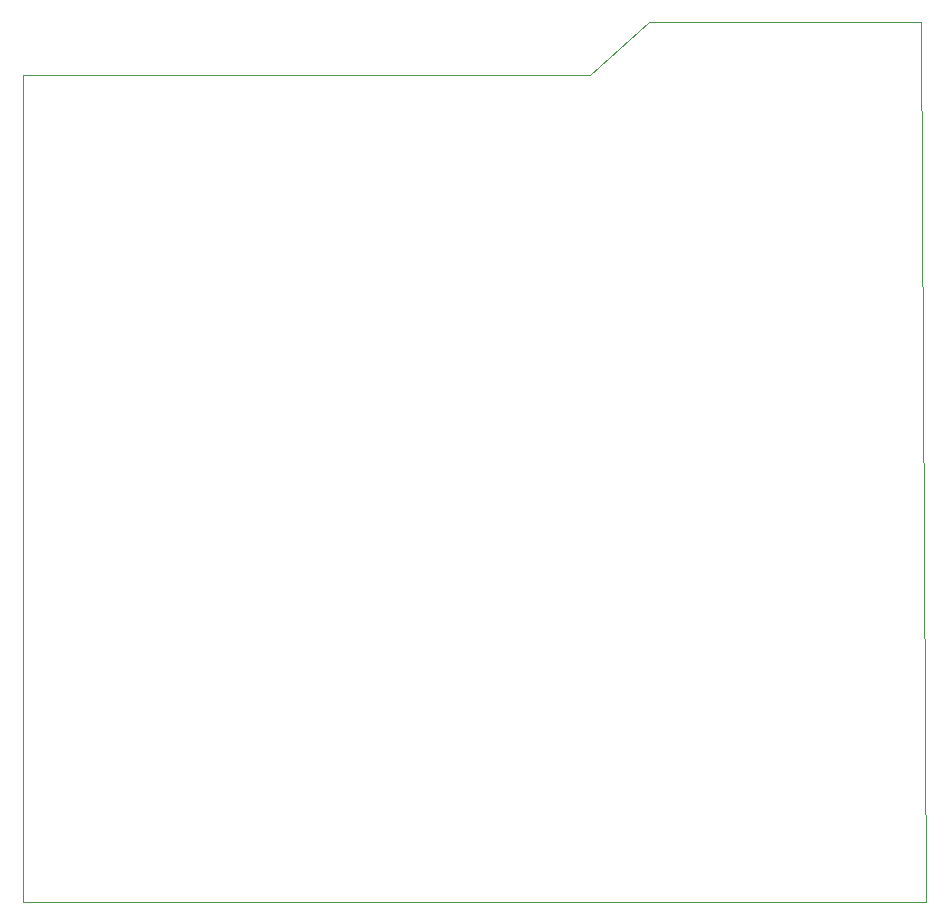
<source format=gbr>
%TF.GenerationSoftware,KiCad,Pcbnew,9.0.2*%
%TF.CreationDate,2025-07-04T23:43:28-04:00*%
%TF.ProjectId,pathfinder,70617468-6669-46e6-9465-722e6b696361,rev?*%
%TF.SameCoordinates,Original*%
%TF.FileFunction,Profile,NP*%
%FSLAX46Y46*%
G04 Gerber Fmt 4.6, Leading zero omitted, Abs format (unit mm)*
G04 Created by KiCad (PCBNEW 9.0.2) date 2025-07-04 23:43:28*
%MOMM*%
%LPD*%
G01*
G04 APERTURE LIST*
%TA.AperFunction,Profile*%
%ADD10C,0.050000*%
%TD*%
G04 APERTURE END LIST*
D10*
X58000000Y-113000000D02*
X58000000Y-43000000D01*
X134500000Y-113000000D02*
X58000000Y-113000000D01*
X134000000Y-38500000D02*
X134500000Y-113000000D01*
X111000000Y-38500000D02*
X134000000Y-38500000D01*
X106000000Y-43000000D02*
X111000000Y-38500000D01*
X58000000Y-43000000D02*
X106000000Y-43000000D01*
M02*

</source>
